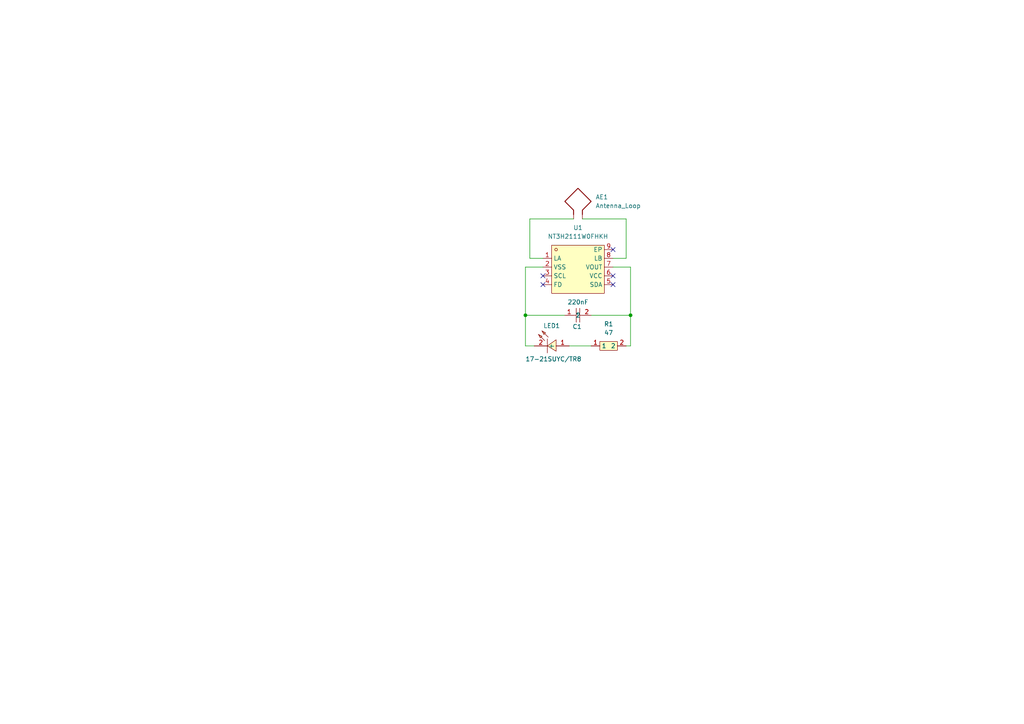
<source format=kicad_sch>
(kicad_sch (version 20231120) (generator "eeschema") (generator_version "8.0")
  (paper "A4")
  (lib_symbols
    (symbol "Device:Antenna_Loop" (pin_numbers hide) (pin_names (offset 1.016) hide)
      (property "Reference" "AE" (at 1.27 6.35 0))
      (property "Value" "Antenna_Loop" (at 1.27 5.08 0))
      (symbol "Antenna_Loop_0_1"
        (polyline (pts (xy 2.54 -3.81) (xy 2.54 -2.54) (xy 5.08 0) (xy 1.27 3.81) (xy -2.54 0) (xy 0 -2.54) (xy 0 -3.81)) (stroke (width 0.254)))
      )
      (symbol "Antenna_Loop_1_1"
        (pin input line (at 0 -5.08 90) (length 2.54) (name "~") (number "1"))
        (pin input line (at 2.54 -5.08 90) (length 2.54) (name "~") (number "2"))
      )
    )
    (symbol "easyeda2kicad:17-21SUYC_TR8"
      (property "Reference" "LED" (at 0 5.08 0))
      (property "Value" "17-21SUYC/TR8" (at 0 -5.08 0))
      (symbol "17-21SUYC_TR8_0_1"
        (polyline (pts (xy -2.03 1.52) (xy -3.81 3.3)))
        (polyline (pts (xy -1.27 2.03) (xy -1.27 -2.03)))
        (polyline (pts (xy -1.02 2.54) (xy -2.79 4.32)))
        (polyline (pts (xy -3.81 3.3) (xy -2.79 2.79) (xy -3.3 2.29) (xy -3.81 3.3)) (fill (type background)))
        (polyline (pts (xy -2.79 4.32) (xy -1.78 3.81) (xy -2.29 3.3) (xy -2.79 4.32)) (fill (type background)))
        (polyline (pts (xy 1.27 -1.52) (xy -1.27 0) (xy 1.27 1.78) (xy 1.27 -1.52)) (fill (type background)))
        (pin unspecified line (at 5.08 0 180) (length 3.81) (name "+") (number "1"))
        (pin unspecified line (at -5.08 0 0) (length 3.81) (name "-") (number "2"))
      )
    )
    (symbol "easyeda2kicad:CL05B224KO5NNNC"
      (property "Reference" "C" (at 0 5.08 0))
      (property "Value" "CL05B224KO5NNNC" (at 0 -5.08 0))
      (symbol "CL05B224KO5NNNC_0_1"
        (polyline (pts (xy -1.27 0) (xy -0.51 0)))
        (polyline (pts (xy -0.51 2.03) (xy -0.51 -2.03)))
        (polyline (pts (xy 0.51 0) (xy 1.27 0)))
        (polyline (pts (xy 0.51 2.03) (xy 0.51 -2.03)))
        (pin input line (at -3.81 0 0) (length 2.54) (name "1") (number "1"))
        (pin input line (at 3.81 0 180) (length 2.54) (name "2") (number "2"))
      )
    )
    (symbol "easyeda2kicad:HPCR0402F47R0S9"
      (property "Reference" "R" (at 0 5.08 0))
      (property "Value" "HPCR0402F47R0S9" (at 0 -5.08 0))
      (symbol "HPCR0402F47R0S9_0_1"
        (rectangle (start -2.54 1.27) (end 2.54 -1.27) (fill (type background)))
        (pin unspecified line (at -5.08 0 0) (length 2.54) (name "1") (number "1"))
        (pin unspecified line (at 5.08 0 180) (length 2.54) (name "2") (number "2"))
      )
    )
    (symbol "easyeda2kicad:NT3H2111W0FHKH"
      (property "Reference" "U" (at 0 11.43 0))
      (property "Value" "NT3H2111W0FHKH" (at 0 -8.89 0))
      (symbol "NT3H2111W0FHKH_0_1"
        (rectangle (start -7.62 7.62) (end 7.62 -6.35) (fill (type background)))
        (circle (center -6.35 6.35) (radius 0.38))
        (pin unspecified line (at -10.16 3.81 0) (length 2.54) (name "LA") (number "1"))
        (pin unspecified line (at -10.16 1.27 0) (length 2.54) (name "VSS") (number "2"))
        (pin unspecified line (at -10.16 -1.27 0) (length 2.54) (name "SCL") (number "3"))
        (pin unspecified line (at -10.16 -3.81 0) (length 2.54) (name "FD") (number "4"))
        (pin unspecified line (at 10.16 -3.81 180) (length 2.54) (name "SDA") (number "5"))
        (pin unspecified line (at 10.16 -1.27 180) (length 2.54) (name "VCC") (number "6"))
        (pin unspecified line (at 10.16 1.27 180) (length 2.54) (name "VOUT") (number "7"))
        (pin unspecified line (at 10.16 3.81 180) (length 2.54) (name "LB") (number "8"))
        (pin unspecified line (at 10.16 6.35 180) (length 2.54) (name "EP") (number "9"))
      )
    )
  )
  (junction (at 182.88 91.44))
  (junction (at 152.4 91.44))
  (no_connect (at 157.48 80.01))
  (no_connect (at 177.8 82.55))
  (no_connect (at 177.8 72.39))
  (no_connect (at 157.48 82.55))
  (no_connect (at 177.8 80.01))
  (wire (pts (xy 181.61 63.5) (xy 181.61 74.93)))
  (wire (pts (xy 163.83 91.44) (xy 152.4 91.44)))
  (wire (pts (xy 153.67 74.93) (xy 157.48 74.93)))
  (wire (pts (xy 171.45 91.44) (xy 182.88 91.44)))
  (wire (pts (xy 166.37 63.5) (xy 153.67 63.5)))
  (wire (pts (xy 152.4 91.44) (xy 152.4 100.33)))
  (wire (pts (xy 152.4 77.47) (xy 152.4 91.44)))
  (wire (pts (xy 154.94 100.33) (xy 152.4 100.33)))
  (wire (pts (xy 165.1 100.33) (xy 171.45 100.33)))
  (wire (pts (xy 177.8 77.47) (xy 182.88 77.47)))
  (wire (pts (xy 152.4 77.47) (xy 157.48 77.47)))
  (wire (pts (xy 153.67 63.5) (xy 153.67 74.93)))
  (wire (pts (xy 182.88 77.47) (xy 182.88 91.44)))
  (wire (pts (xy 182.88 100.33) (xy 181.61 100.33)))
  (wire (pts (xy 181.61 74.93) (xy 177.8 74.93)))
  (wire (pts (xy 168.91 63.5) (xy 181.61 63.5)))
  (wire (pts (xy 182.88 91.44) (xy 182.88 100.33)))
  (symbol (lib_id "Device:Antenna_Loop") (at 166.37 58.42 0) (unit 1)
    (property "Reference" "AE1" (at 172.72 57.1499 0) (effects (justify left)))
    (property "Value" "Antenna_Loop" (at 172.72 59.6899 0) (effects (justify left)))
    (property "Footprint" "easyeda2kicad:25X48MM_NFC_ANTENNA" (effects (hide yes)))
    (property "Description" "Loop antenna" (effects (hide yes)))
  )
  (symbol (lib_id "easyeda2kicad:HPCR0402F47R0S9") (at 176.53 100.33 0) (unit 1)
    (property "Reference" "R1" (at 176.53 93.98 0))
    (property "Value" "47" (at 176.53 96.52 0))
    (property "Footprint" "easyeda2kicad:R0402" (effects (hide yes)))
    (property "Datasheet" "https://lcsc.com/product-detail/High-power-surface-mount-resistance_Resistor-Today-HPCR0402F47R0S9_C514799.html" (effects (hide yes)))
    (property "LCSC Part" "C514799" (effects (hide yes)))
  )
  (symbol (lib_id "easyeda2kicad:NT3H2111W0FHKH") (at 167.64 78.74 0) (unit 1)
    (property "Reference" "U1" (at 167.64 66.04 0))
    (property "Value" "NT3H2111W0FHKH" (at 167.64 68.58 0))
    (property "Footprint" "easyeda2kicad:XQFN-8_L1.6-W1.6-P0.50-BL" (effects (hide yes)))
    (property "LCSC Part" "C710403" (effects (hide yes)))
  )
  (symbol (lib_id "easyeda2kicad:17-21SUYC_TR8") (at 160.02 100.33 0) (unit 1)
    (property "Reference" "LED1" (at 160.02 94.488 0))
    (property "Value" "17-21SUYC/TR8" (at 160.528 104.14 0))
    (property "Footprint" "easyeda2kicad:LED0805-R-RD" (effects (hide yes)))
    (property "Datasheet" "https://lcsc.com/product-detail/Light-Emitting-Diodes-LED_Yellow-light-0805-Highlighted_C2296.html" (effects (hide yes)))
    (property "LCSC Part" "C2296" (effects (hide yes)))
  )
  (symbol (lib_id "easyeda2kicad:CL05B224KO5NNNC") (at 167.64 91.44 0) (unit 1)
    (property "Reference" "C1" (at 167.386 94.742 0))
    (property "Value" "220nF" (at 167.64 87.63 0))
    (property "Footprint" "easyeda2kicad:C0402" (effects (hide yes)))
    (property "Datasheet" "https://lcsc.com/product-detail/Multilayer-Ceramic-Capacitors-MLCC-SMD-SMT_SAMSUNG_CL05B224KO5NNNC_220nF-224-10-16V_C16772.html" (effects (hide yes)))
    (property "LCSC Part" "C16772" (effects (hide yes)))
  )
)
</source>
